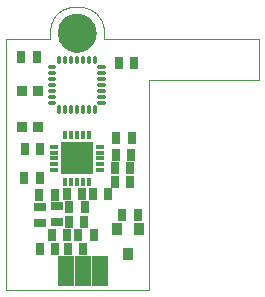
<source format=gts>
G75*
%MOIN*%
%OFA0B0*%
%FSLAX24Y24*%
%IPPOS*%
%LPD*%
%AMOC8*
5,1,8,0,0,1.08239X$1,22.5*
%
%ADD10C,0.0000*%
%ADD11C,0.1290*%
%ADD12R,0.1103X0.1103*%
%ADD13R,0.0316X0.0138*%
%ADD14R,0.0138X0.0316*%
%ADD15R,0.0316X0.0394*%
%ADD16R,0.0394X0.0316*%
%ADD17R,0.0383X0.0347*%
%ADD18R,0.0540X0.1040*%
%ADD19R,0.0355X0.0394*%
%ADD20C,0.0138*%
D10*
X007150Y007500D02*
X007150Y015875D01*
X008619Y015875D01*
X008619Y016168D01*
X008619Y016169D02*
X008622Y016222D01*
X008629Y016275D01*
X008639Y016328D01*
X008652Y016380D01*
X008670Y016431D01*
X008690Y016480D01*
X008714Y016528D01*
X008742Y016574D01*
X008772Y016618D01*
X008805Y016660D01*
X008841Y016700D01*
X008880Y016737D01*
X008921Y016772D01*
X008964Y016803D01*
X009010Y016832D01*
X009057Y016857D01*
X009106Y016879D01*
X009156Y016898D01*
X009207Y016913D01*
X009260Y016925D01*
X009313Y016933D01*
X009366Y016937D01*
X009420Y016938D01*
X009419Y016938D02*
X009556Y016938D01*
X009555Y016938D02*
X009612Y016937D01*
X009668Y016932D01*
X009724Y016924D01*
X009780Y016911D01*
X009834Y016895D01*
X009887Y016875D01*
X009938Y016852D01*
X009988Y016825D01*
X010036Y016795D01*
X010082Y016762D01*
X010125Y016725D01*
X010166Y016686D01*
X010204Y016644D01*
X010239Y016600D01*
X010271Y016553D01*
X010300Y016504D01*
X010325Y016454D01*
X010347Y016401D01*
X010365Y016348D01*
X010379Y016293D01*
X010390Y016237D01*
X010397Y016181D01*
X010400Y016125D01*
X010400Y016124D02*
X010400Y015875D01*
X015584Y015875D01*
X015584Y014503D01*
X011900Y014503D01*
X011900Y014250D01*
X011898Y007500D01*
X007150Y007500D01*
X008875Y016064D02*
X008877Y016114D01*
X008883Y016163D01*
X008893Y016212D01*
X008906Y016259D01*
X008924Y016306D01*
X008945Y016351D01*
X008969Y016394D01*
X008997Y016435D01*
X009028Y016474D01*
X009062Y016510D01*
X009099Y016544D01*
X009139Y016574D01*
X009180Y016601D01*
X009224Y016625D01*
X009269Y016645D01*
X009316Y016661D01*
X009364Y016674D01*
X009413Y016683D01*
X009463Y016688D01*
X009512Y016689D01*
X009562Y016686D01*
X009611Y016679D01*
X009660Y016668D01*
X009707Y016654D01*
X009753Y016635D01*
X009798Y016613D01*
X009841Y016588D01*
X009881Y016559D01*
X009919Y016527D01*
X009955Y016493D01*
X009988Y016455D01*
X010017Y016415D01*
X010043Y016373D01*
X010066Y016329D01*
X010085Y016283D01*
X010101Y016236D01*
X010113Y016187D01*
X010121Y016138D01*
X010125Y016089D01*
X010125Y016039D01*
X010121Y015990D01*
X010113Y015941D01*
X010101Y015892D01*
X010085Y015845D01*
X010066Y015799D01*
X010043Y015755D01*
X010017Y015713D01*
X009988Y015673D01*
X009955Y015635D01*
X009919Y015601D01*
X009881Y015569D01*
X009841Y015540D01*
X009798Y015515D01*
X009753Y015493D01*
X009707Y015474D01*
X009660Y015460D01*
X009611Y015449D01*
X009562Y015442D01*
X009512Y015439D01*
X009463Y015440D01*
X009413Y015445D01*
X009364Y015454D01*
X009316Y015467D01*
X009269Y015483D01*
X009224Y015503D01*
X009180Y015527D01*
X009139Y015554D01*
X009099Y015584D01*
X009062Y015618D01*
X009028Y015654D01*
X008997Y015693D01*
X008969Y015734D01*
X008945Y015777D01*
X008924Y015822D01*
X008906Y015869D01*
X008893Y015916D01*
X008883Y015965D01*
X008877Y016014D01*
X008875Y016064D01*
D11*
X009500Y016064D03*
D12*
X009505Y011883D03*
D13*
X008730Y011883D03*
X008730Y012080D03*
X008730Y012277D03*
X008730Y011686D03*
X008730Y011489D03*
X010281Y011489D03*
X010281Y011686D03*
X010281Y011883D03*
X010281Y012080D03*
X010281Y012277D03*
D14*
X009899Y012658D03*
X009702Y012658D03*
X009505Y012658D03*
X009308Y012658D03*
X009112Y012658D03*
X009112Y011107D03*
X009308Y011107D03*
X009505Y011107D03*
X009702Y011107D03*
X009899Y011107D03*
D15*
X010043Y010708D03*
X009686Y010703D03*
X009767Y010267D03*
X009750Y009778D03*
X009553Y009320D03*
X009176Y009339D03*
X009238Y009778D03*
X009255Y010267D03*
X009174Y010703D03*
X008758Y010675D03*
X008246Y010675D03*
X008259Y011243D03*
X007747Y011243D03*
X007765Y012202D03*
X008276Y012202D03*
X010555Y010708D03*
X010773Y011101D03*
X010776Y011563D03*
X010793Y012008D03*
X011305Y012008D03*
X011288Y011563D03*
X011285Y011101D03*
X011531Y010000D03*
X011019Y010000D03*
X010065Y009320D03*
X009722Y008870D03*
X009210Y008870D03*
X008786Y008873D03*
X008274Y008873D03*
X008664Y009339D03*
X010820Y012576D03*
X011332Y012576D03*
X011402Y015076D03*
X010890Y015076D03*
X008156Y015250D03*
X007644Y015250D03*
D16*
X008280Y010253D03*
X008823Y010282D03*
X008823Y009770D03*
X008280Y009742D03*
D17*
X008216Y012922D03*
X007681Y012922D03*
X007681Y014115D03*
X008216Y014115D03*
D18*
X009145Y008118D03*
X009716Y008123D03*
X010285Y008118D03*
D19*
X011211Y008694D03*
X010837Y009521D03*
X011585Y009521D03*
D20*
X010089Y013432D02*
X010089Y013590D01*
X009892Y013590D02*
X009892Y013432D01*
X009695Y013432D02*
X009695Y013590D01*
X009498Y013590D02*
X009498Y013432D01*
X009302Y013432D02*
X009302Y013590D01*
X009105Y013590D02*
X009105Y013432D01*
X008908Y013432D02*
X008908Y013590D01*
X008750Y013747D02*
X008593Y013747D01*
X008593Y013944D02*
X008750Y013944D01*
X008750Y014141D02*
X008593Y014141D01*
X008593Y014338D02*
X008750Y014338D01*
X008750Y014535D02*
X008593Y014535D01*
X008593Y014732D02*
X008750Y014732D01*
X008750Y014928D02*
X008593Y014928D01*
X008908Y015086D02*
X008908Y015243D01*
X009105Y015243D02*
X009105Y015086D01*
X009302Y015086D02*
X009302Y015243D01*
X009498Y015243D02*
X009498Y015086D01*
X009695Y015086D02*
X009695Y015243D01*
X009892Y015243D02*
X009892Y015086D01*
X010089Y015086D02*
X010089Y015243D01*
X010246Y014928D02*
X010404Y014928D01*
X010404Y014732D02*
X010246Y014732D01*
X010246Y014535D02*
X010404Y014535D01*
X010404Y014338D02*
X010246Y014338D01*
X010246Y014141D02*
X010404Y014141D01*
X010404Y013944D02*
X010246Y013944D01*
X010246Y013747D02*
X010404Y013747D01*
M02*

</source>
